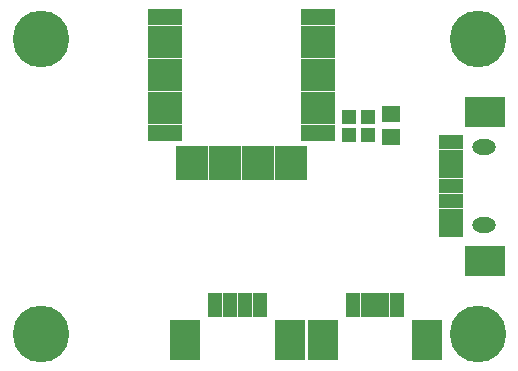
<source format=gbs>
G04 #@! TF.FileFunction,Soldermask,Bot*
%FSLAX46Y46*%
G04 Gerber Fmt 4.6, Leading zero omitted, Abs format (unit mm)*
G04 Created by KiCad (PCBNEW 4.1.0-alpha+201607021448+6961~45~ubuntu14.04.1-product) date Mon Jul  4 13:55:25 2016*
%MOMM*%
%LPD*%
G01*
G04 APERTURE LIST*
%ADD10C,0.100000*%
%ADD11R,1.650000X1.400000*%
%ADD12R,1.150000X1.200000*%
%ADD13O,2.000000X1.300000*%
%ADD14R,2.000000X1.200000*%
%ADD15R,3.400000X2.500000*%
%ADD16R,1.400000X2.850000*%
%ADD17R,2.850000X1.400000*%
%ADD18R,1.200000X2.000000*%
%ADD19R,2.500000X3.400000*%
%ADD20C,4.800000*%
G04 APERTURE END LIST*
D10*
D11*
X147200000Y-68850000D03*
X147200000Y-70850000D03*
D12*
X145250000Y-69150000D03*
X145250000Y-70650000D03*
X143600000Y-69150000D03*
X143600000Y-70650000D03*
D13*
X155025000Y-71700000D03*
X155025000Y-78300000D03*
D14*
X152250000Y-78750000D03*
X152250000Y-77500000D03*
X152250000Y-76250000D03*
X152250000Y-75000000D03*
X152250000Y-73750000D03*
X152250000Y-72500000D03*
X152250000Y-71250000D03*
D15*
X155150000Y-68700000D03*
X155150000Y-81300000D03*
D16*
X139400000Y-73000000D03*
X138000000Y-73000000D03*
X136600000Y-73000000D03*
X135200000Y-73000000D03*
X133800000Y-73000000D03*
X132400000Y-73000000D03*
X131000000Y-73000000D03*
X129600000Y-73000000D03*
D17*
X141000000Y-60700000D03*
X141000000Y-62100000D03*
X141000000Y-63500000D03*
X141000000Y-64900000D03*
X141000000Y-66300000D03*
X141000000Y-67700000D03*
X141000000Y-69100000D03*
X141000000Y-70500000D03*
X128000000Y-70500000D03*
X128000000Y-69100000D03*
X128000000Y-67700000D03*
X128000000Y-66300000D03*
X128000000Y-64900000D03*
X128000000Y-63500000D03*
X128000000Y-62100000D03*
X128000000Y-60700000D03*
D18*
X132300000Y-85100000D03*
X133550000Y-85100000D03*
X134800000Y-85100000D03*
X136050000Y-85100000D03*
D19*
X138600000Y-88000000D03*
X129750000Y-88000000D03*
D18*
X143925000Y-85100000D03*
X145175000Y-85100000D03*
X146425000Y-85100000D03*
X147675000Y-85100000D03*
D19*
X150225000Y-88000000D03*
X141375000Y-88000000D03*
D20*
X117500000Y-62500000D03*
X117500000Y-87500000D03*
X154500000Y-62500000D03*
X154500000Y-87500000D03*
M02*

</source>
